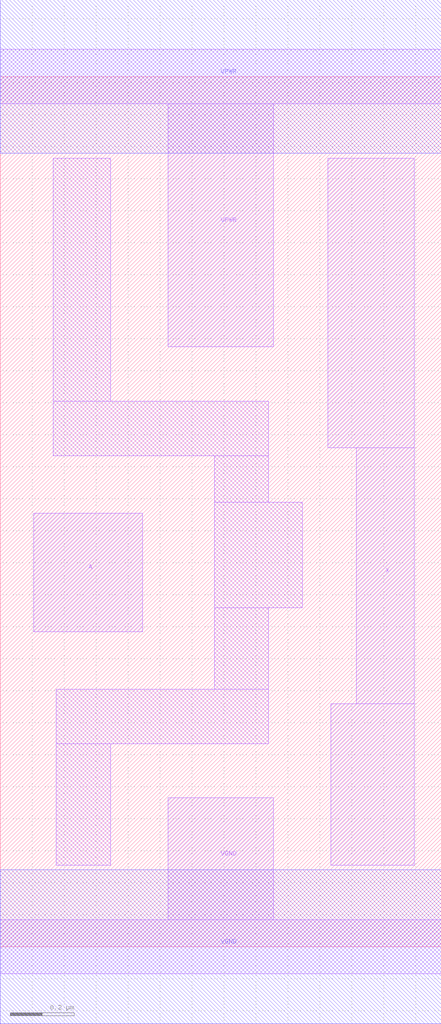
<source format=lef>
# Copyright 2020 The SkyWater PDK Authors
#
# Licensed under the Apache License, Version 2.0 (the "License");
# you may not use this file except in compliance with the License.
# You may obtain a copy of the License at
#
#     https://www.apache.org/licenses/LICENSE-2.0
#
# Unless required by applicable law or agreed to in writing, software
# distributed under the License is distributed on an "AS IS" BASIS,
# WITHOUT WARRANTIES OR CONDITIONS OF ANY KIND, either express or implied.
# See the License for the specific language governing permissions and
# limitations under the License.
#
# SPDX-License-Identifier: Apache-2.0

VERSION 5.7 ;
# NAMESCASESENSITIVE ON ;
BUSBITCHARS "[]" ;
DIVIDERCHAR "/" ;

MACRO BLOCK1
  CLASS BLOCK ;
  ORIGIN  0.000000  0.000000 ;
  SIZE  1.380000 BY  2.720000 ;
  SYMMETRY X Y R90 ;
  SITE unithd ;
  PIN A
    ANTENNAGATEAREA  0.196500 ;
    DIRECTION INPUT ;
    USE SIGNAL ;
    PORT
      LAYER li1 ;
        RECT 0.105000 0.985000 0.445000 1.355000 ;
    END
  END A
  PIN X
    ANTENNADIFFAREA  0.340600 ;
    DIRECTION OUTPUT ;
    USE SIGNAL ;
    PORT
      LAYER li1 ;
        RECT 1.025000 1.560000 1.295000 2.465000 ;
        RECT 1.035000 0.255000 1.295000 0.760000 ;
        RECT 1.115000 0.760000 1.295000 1.560000 ;
    END
  END X
  PIN VGND
    DIRECTION INOUT ;
    SHAPE ABUTMENT ;
    USE GROUND ;
    PORT
      LAYER li1 ;
        RECT 0.000000 -0.085000 1.380000 0.085000 ;
        RECT 0.525000  0.085000 0.855000 0.465000 ;
    END
    PORT
      LAYER met1 ;
        RECT 0.000000 -0.240000 1.380000 0.240000 ;
    END
  END VGND
  PIN VPWR
    DIRECTION INOUT ;
    SHAPE ABUTMENT ;
    USE POWER ;
    PORT
      LAYER li1 ;
        RECT 0.000000 2.635000 1.380000 2.805000 ;
        RECT 0.525000 1.875000 0.855000 2.635000 ;
    END
    PORT
      LAYER met1 ;
        RECT 0.000000 2.480000 1.380000 2.960000 ;
    END
  END VPWR
  OBS
    LAYER li1 ;
      RECT 0.165000 1.535000 0.840000 1.705000 ;
      RECT 0.165000 1.705000 0.345000 2.465000 ;
      RECT 0.175000 0.255000 0.345000 0.635000 ;
      RECT 0.175000 0.635000 0.840000 0.805000 ;
      RECT 0.670000 0.805000 0.840000 1.060000 ;
      RECT 0.670000 1.060000 0.945000 1.390000 ;
      RECT 0.670000 1.390000 0.840000 1.535000 ;
  END
END BLOCK1

</source>
